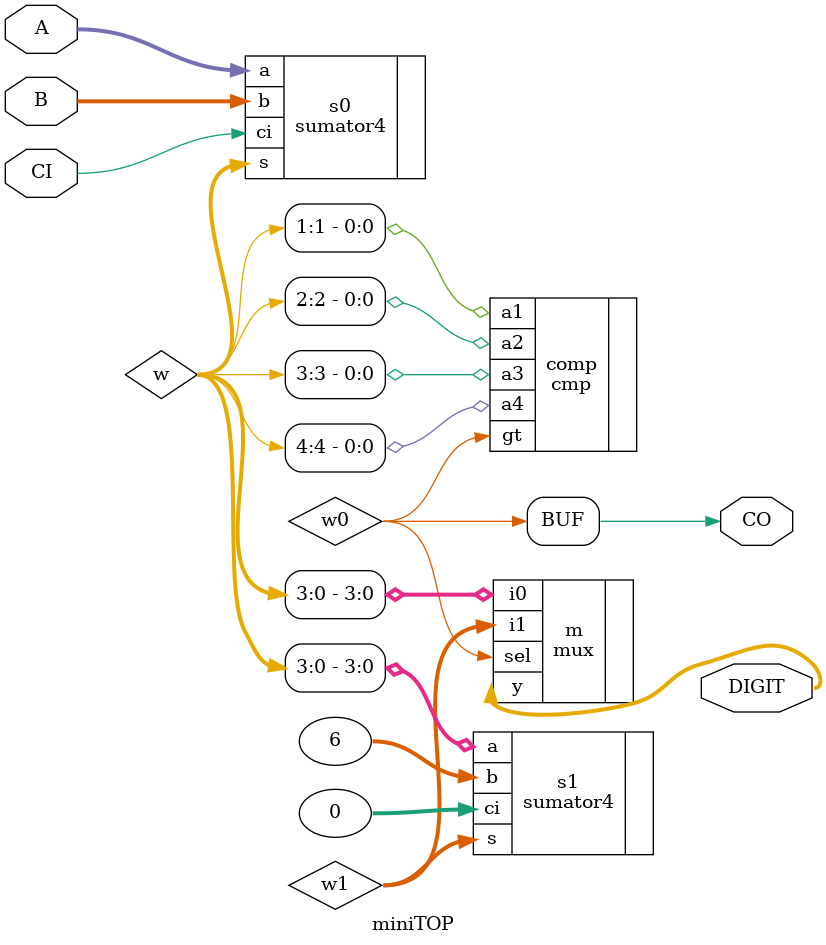
<source format=v>
`timescale 1ns / 1ps

module miniTOP(
input [3:0] A,B,
input CI,
output CO,
output [3:0] DIGIT
    );
wire [4:0] w;
wire w0;
wire [3:0] w1;

sumator4 s0(.a(A[3:0]),
            .b(B[3:0]),
            .ci(CI),
            .s(w));

sumator4 s1(.a(w[3:0]),
            .b(6),
            .ci(0),
            .s(w1));
 
cmp comp(.a1(w[1]),
            .a2(w[2]),
            .a3(w[3]),
            .a4(w[4]),
            .gt(w0));  
           
mux m(.i0(w[3:0]),
        .i1(w1),
        .sel(w0),
        .y(DIGIT));                    
         
 assign CO= w0;  
endmodule


</source>
